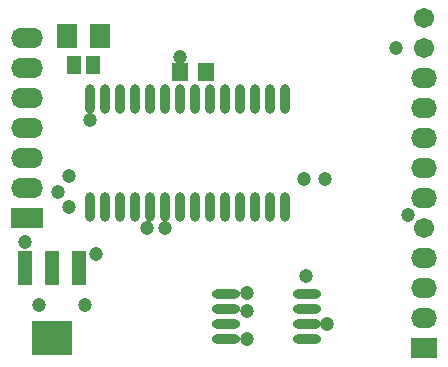
<source format=gts>
G04 Layer_Color=8388736*
%FSLAX43Y43*%
%MOMM*%
G71*
G01*
G75*
%ADD31O,0.803X2.503*%
%ADD32R,1.803X2.003*%
%ADD33R,1.203X1.503*%
%ADD34R,3.503X2.903*%
%ADD35R,1.203X2.903*%
%ADD36O,2.403X0.803*%
%ADD37R,1.453X1.503*%
%ADD38C,1.703*%
%ADD39O,2.203X1.703*%
%ADD40R,2.203X1.703*%
%ADD41O,2.703X1.703*%
%ADD42R,2.703X1.703*%
%ADD43C,1.203*%
D31*
X6858Y13230D02*
D03*
X8128D02*
D03*
X9398D02*
D03*
X10668D02*
D03*
X11938D02*
D03*
X13208D02*
D03*
X14478D02*
D03*
X15748D02*
D03*
X17018D02*
D03*
X18288D02*
D03*
X19558D02*
D03*
X20828D02*
D03*
X22098D02*
D03*
X23368D02*
D03*
X6858Y22330D02*
D03*
X8128D02*
D03*
X9398D02*
D03*
X10668D02*
D03*
X11938D02*
D03*
X13208D02*
D03*
X14478D02*
D03*
X15748D02*
D03*
X17018D02*
D03*
X18288D02*
D03*
X19558D02*
D03*
X20828D02*
D03*
X22098D02*
D03*
X23368D02*
D03*
D32*
X7750Y27686D02*
D03*
X4950D02*
D03*
D33*
X5550Y25273D02*
D03*
X7150D02*
D03*
D34*
X3683Y2130D02*
D03*
D35*
X1383Y8030D02*
D03*
X3683D02*
D03*
X5983D02*
D03*
D36*
X18444Y5842D02*
D03*
Y4572D02*
D03*
Y3302D02*
D03*
Y2032D02*
D03*
X25244Y5842D02*
D03*
Y4572D02*
D03*
Y3302D02*
D03*
Y2032D02*
D03*
D37*
X14521Y24638D02*
D03*
X16721D02*
D03*
D38*
X35179Y29210D02*
D03*
Y26670D02*
D03*
Y11430D02*
D03*
D39*
Y24130D02*
D03*
Y21590D02*
D03*
Y19050D02*
D03*
Y16510D02*
D03*
Y13970D02*
D03*
Y8890D02*
D03*
Y6350D02*
D03*
Y3810D02*
D03*
D40*
Y1270D02*
D03*
D41*
X1524Y27559D02*
D03*
Y25019D02*
D03*
Y22479D02*
D03*
Y19939D02*
D03*
Y14859D02*
D03*
Y17399D02*
D03*
D42*
Y12319D02*
D03*
D43*
X13208Y11430D02*
D03*
X11684D02*
D03*
X4191Y14478D02*
D03*
X5080Y15875D02*
D03*
X33782Y12573D02*
D03*
X32766Y26670D02*
D03*
X6858Y20574D02*
D03*
X5080Y13208D02*
D03*
X20193Y5969D02*
D03*
Y4445D02*
D03*
X1397Y10287D02*
D03*
X2540Y4953D02*
D03*
X20193Y2032D02*
D03*
X25146Y7366D02*
D03*
X7366Y9271D02*
D03*
X6477Y4953D02*
D03*
X25019Y15621D02*
D03*
X26797D02*
D03*
X14478Y25908D02*
D03*
X26924Y3302D02*
D03*
M02*

</source>
